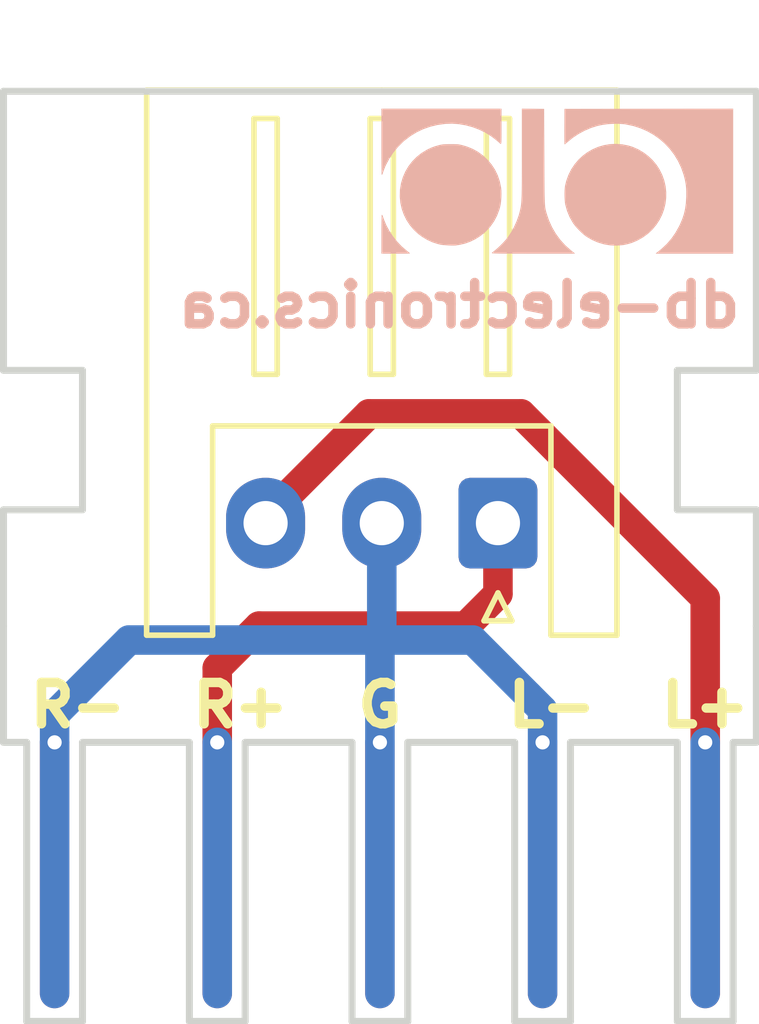
<source format=kicad_pcb>
(kicad_pcb (version 20171130) (host pcbnew 5.0.1)

  (general
    (thickness 1.6)
    (drawings 40)
    (tracks 37)
    (zones 0)
    (modules 2)
    (nets 4)
  )

  (page A4)
  (title_block
    (title "Phoenix Connector Audio Adapter")
    (date 2018-03-30)
    (rev 0.1)
    (company "db Electronics")
    (comment 1 "Licensed Under The CERN OHL v.1.2")
    (comment 2 https://github.com/db-electronics/phoenix-audio-adapter-kicad)
  )

  (layers
    (0 F.Cu signal)
    (31 B.Cu signal)
    (32 B.Adhes user)
    (33 F.Adhes user)
    (34 B.Paste user)
    (35 F.Paste user)
    (36 B.SilkS user)
    (37 F.SilkS user)
    (38 B.Mask user)
    (39 F.Mask user)
    (40 Dwgs.User user)
    (41 Cmts.User user)
    (42 Eco1.User user)
    (43 Eco2.User user)
    (44 Edge.Cuts user)
    (45 Margin user)
    (46 B.CrtYd user)
    (47 F.CrtYd user)
    (48 B.Fab user)
    (49 F.Fab user)
  )

  (setup
    (last_trace_width 0.635)
    (trace_clearance 0.1778)
    (zone_clearance 0.508)
    (zone_45_only no)
    (trace_min 0.1778)
    (segment_width 0.2)
    (edge_width 0.15)
    (via_size 0.6096)
    (via_drill 0.3048)
    (via_min_size 0.6096)
    (via_min_drill 0.3048)
    (uvia_size 0.3)
    (uvia_drill 0.1)
    (uvias_allowed no)
    (uvia_min_size 0)
    (uvia_min_drill 0)
    (pcb_text_width 0.3)
    (pcb_text_size 1.5 1.5)
    (mod_edge_width 0.15)
    (mod_text_size 1 1)
    (mod_text_width 0.15)
    (pad_size 1.524 1.524)
    (pad_drill 0.762)
    (pad_to_mask_clearance 0.2)
    (solder_mask_min_width 0.25)
    (aux_axis_origin 0 0)
    (grid_origin 139.7 114.3)
    (visible_elements FFFFFF7F)
    (pcbplotparams
      (layerselection 0x010f0_80000001)
      (usegerberextensions true)
      (usegerberattributes false)
      (usegerberadvancedattributes false)
      (creategerberjobfile false)
      (excludeedgelayer true)
      (linewidth 0.100000)
      (plotframeref false)
      (viasonmask false)
      (mode 1)
      (useauxorigin true)
      (hpglpennumber 1)
      (hpglpenspeed 20)
      (hpglpendiameter 15.000000)
      (psnegative false)
      (psa4output false)
      (plotreference true)
      (plotvalue true)
      (plotinvisibletext false)
      (padsonsilk false)
      (subtractmaskfromsilk false)
      (outputformat 1)
      (mirror false)
      (drillshape 0)
      (scaleselection 1)
      (outputdirectory "gerbers/0.1/"))
  )

  (net 0 "")
  (net 1 GND)
  (net 2 /LEFT)
  (net 3 /RIGHT)

  (net_class Default "This is the default net class."
    (clearance 0.1778)
    (trace_width 0.635)
    (via_dia 0.6096)
    (via_drill 0.3048)
    (uvia_dia 0.3)
    (uvia_drill 0.1)
    (add_net /LEFT)
    (add_net /RIGHT)
    (add_net GND)
  )

  (module db-artwork:db-logo_7.5mm (layer B.Cu) (tedit 0) (tstamp 5C84B56A)
    (at 143.5 109.246 180)
    (fp_text reference G*** (at 0 0 180) (layer B.SilkS) hide
      (effects (font (size 1.524 1.524) (thickness 0.3)) (justify mirror))
    )
    (fp_text value LOGO (at 0.75 0 180) (layer B.SilkS) hide
      (effects (font (size 1.524 1.524) (thickness 0.3)) (justify mirror))
    )
    (fp_poly (pts (xy 3.762644 0.861017) (xy 3.76259 0.75242) (xy 3.762432 0.648923) (xy 3.762179 0.551799)
      (xy 3.76184 0.46232) (xy 3.761421 0.38176) (xy 3.760933 0.311391) (xy 3.760382 0.252488)
      (xy 3.759777 0.206321) (xy 3.759127 0.174166) (xy 3.75844 0.157294) (xy 3.758069 0.154983)
      (xy 3.751478 0.161684) (xy 3.74971 0.165746) (xy 3.729331 0.223164) (xy 3.712993 0.267768)
      (xy 3.699328 0.303094) (xy 3.686967 0.332677) (xy 3.674541 0.360051) (xy 3.674284 0.360597)
      (xy 3.600053 0.499959) (xy 3.513126 0.630689) (xy 3.415096 0.750687) (xy 3.307559 0.857854)
      (xy 3.27617 0.8851) (xy 3.14623 0.984204) (xy 3.010591 1.067462) (xy 2.868441 1.135205)
      (xy 2.718971 1.187765) (xy 2.561371 1.225474) (xy 2.394833 1.248665) (xy 2.388262 1.24927)
      (xy 2.245841 1.253965) (xy 2.099867 1.243272) (xy 1.952947 1.21788) (xy 1.80769 1.178481)
      (xy 1.666705 1.125765) (xy 1.5326 1.060423) (xy 1.423418 0.993749) (xy 1.384032 0.966022)
      (xy 1.341373 0.93422) (xy 1.299335 0.901413) (xy 1.26181 0.870674) (xy 1.232692 0.845076)
      (xy 1.222644 0.835311) (xy 1.214471 0.826791) (xy 1.207703 0.820488) (xy 1.202207 0.817753)
      (xy 1.197852 0.819936) (xy 1.194506 0.828389) (xy 1.192035 0.844463) (xy 1.190308 0.869508)
      (xy 1.189193 0.904874) (xy 1.188557 0.951915) (xy 1.188268 1.011979) (xy 1.188195 1.086417)
      (xy 1.188203 1.176582) (xy 1.188204 1.187149) (xy 1.188204 1.567051) (xy 3.762644 1.567051)
      (xy 3.762644 0.861017)) (layer B.SilkS) (width 0.01))
    (fp_poly (pts (xy 2.33831 0.804099) (xy 2.385779 0.803057) (xy 2.423564 0.800999) (xy 2.455428 0.797611)
      (xy 2.485139 0.792582) (xy 2.516461 0.785597) (xy 2.52278 0.784054) (xy 2.606119 0.761042)
      (xy 2.680428 0.734613) (xy 2.753896 0.701673) (xy 2.791455 0.682542) (xy 2.90587 0.612843)
      (xy 3.009759 0.530206) (xy 3.102247 0.435955) (xy 3.182458 0.331417) (xy 3.249516 0.217916)
      (xy 3.302545 0.096777) (xy 3.340668 -0.030675) (xy 3.363011 -0.163115) (xy 3.365099 -0.185118)
      (xy 3.368258 -0.320962) (xy 3.355016 -0.454169) (xy 3.326002 -0.583426) (xy 3.281845 -0.70742)
      (xy 3.223172 -0.824839) (xy 3.150614 -0.934368) (xy 3.064798 -1.034696) (xy 2.966353 -1.124508)
      (xy 2.887925 -1.181978) (xy 2.779906 -1.246609) (xy 2.670798 -1.2966) (xy 2.555594 -1.33408)
      (xy 2.496949 -1.34819) (xy 2.466507 -1.353062) (xy 2.424391 -1.357498) (xy 2.374767 -1.3613)
      (xy 2.321796 -1.364271) (xy 2.269642 -1.366212) (xy 2.222469 -1.366927) (xy 2.184439 -1.366217)
      (xy 2.161153 -1.364143) (xy 2.141777 -1.36095) (xy 2.111964 -1.356122) (xy 2.079356 -1.350894)
      (xy 1.970166 -1.325786) (xy 1.859608 -1.285879) (xy 1.751068 -1.232923) (xy 1.647934 -1.168669)
      (xy 1.553592 -1.09487) (xy 1.514948 -1.059051) (xy 1.423124 -0.957671) (xy 1.345994 -0.847684)
      (xy 1.283241 -0.728526) (xy 1.234549 -0.599636) (xy 1.21385 -0.52522) (xy 1.2036 -0.471039)
      (xy 1.19591 -0.405212) (xy 1.191017 -0.33316) (xy 1.189164 -0.260301) (xy 1.190588 -0.192053)
      (xy 1.195531 -0.133836) (xy 1.196277 -0.128432) (xy 1.22421 0.007295) (xy 1.267609 0.135709)
      (xy 1.326232 0.256317) (xy 1.39984 0.36863) (xy 1.488194 0.472158) (xy 1.491585 0.475651)
      (xy 1.590058 0.566497) (xy 1.694215 0.642198) (xy 1.806183 0.703977) (xy 1.928086 0.753058)
      (xy 2.021437 0.780767) (xy 2.05554 0.789271) (xy 2.084829 0.795478) (xy 2.113116 0.799743)
      (xy 2.144211 0.802416) (xy 2.181926 0.80385) (xy 2.230072 0.804398) (xy 2.27739 0.804436)
      (xy 2.33831 0.804099)) (layer B.SilkS) (width 0.01))
    (fp_poly (pts (xy -1.147395 0.803944) (xy -1.020205 0.782443) (xy -0.897654 0.746492) (xy -0.780832 0.696782)
      (xy -0.670831 0.634005) (xy -0.56874 0.558852) (xy -0.475652 0.472016) (xy -0.392656 0.374189)
      (xy -0.320845 0.266062) (xy -0.261308 0.148327) (xy -0.215136 0.021676) (xy -0.188455 -0.086102)
      (xy -0.182362 -0.13053) (xy -0.178566 -0.187235) (xy -0.177015 -0.251434) (xy -0.177657 -0.318343)
      (xy -0.180439 -0.38318) (xy -0.185309 -0.441163) (xy -0.192214 -0.487508) (xy -0.192898 -0.49078)
      (xy -0.230777 -0.62666) (xy -0.284347 -0.756275) (xy -0.352935 -0.878037) (xy -0.36443 -0.895457)
      (xy -0.399661 -0.942287) (xy -0.445164 -0.994664) (xy -0.496947 -1.048609) (xy -0.551017 -1.100139)
      (xy -0.603383 -1.145274) (xy -0.649266 -1.179508) (xy -0.766511 -1.247912) (xy -0.890454 -1.301484)
      (xy -1.019236 -1.339805) (xy -1.150999 -1.362455) (xy -1.283886 -1.369016) (xy -1.416038 -1.359067)
      (xy -1.433593 -1.356457) (xy -1.527842 -1.337717) (xy -1.616207 -1.311364) (xy -1.705811 -1.27512)
      (xy -1.743559 -1.257361) (xy -1.861062 -1.191109) (xy -1.966944 -1.113195) (xy -2.06088 -1.024901)
      (xy -2.142546 -0.92751) (xy -2.211615 -0.822307) (xy -2.267763 -0.710574) (xy -2.310665 -0.593594)
      (xy -2.339995 -0.472652) (xy -2.355429 -0.34903) (xy -2.356642 -0.224011) (xy -2.343307 -0.098879)
      (xy -2.315102 0.025082) (xy -2.271699 0.14659) (xy -2.212774 0.264362) (xy -2.15259 0.357322)
      (xy -2.071526 0.456049) (xy -1.977971 0.545643) (xy -1.874347 0.624438) (xy -1.763075 0.690769)
      (xy -1.646575 0.74297) (xy -1.545889 0.774822) (xy -1.411328 0.800825) (xy -1.278133 0.810302)
      (xy -1.147395 0.803944)) (layer B.SilkS) (width 0.01))
    (fp_poly (pts (xy 3.757476 -0.723184) (xy 3.75868 -0.747021) (xy 3.759771 -0.784754) (xy 3.760725 -0.83472)
      (xy 3.761516 -0.895257) (xy 3.762116 -0.964701) (xy 3.762501 -1.041391) (xy 3.762644 -1.123665)
      (xy 3.762644 -1.54122) (xy 3.461288 -1.54122) (xy 3.391189 -1.54114) (xy 3.326865 -1.540912)
      (xy 3.270265 -1.540556) (xy 3.223337 -1.54009) (xy 3.188029 -1.539532) (xy 3.166291 -1.538903)
      (xy 3.159932 -1.538308) (xy 3.166291 -1.532168) (xy 3.183456 -1.517898) (xy 3.208563 -1.497837)
      (xy 3.229703 -1.481314) (xy 3.334247 -1.391147) (xy 3.432199 -1.288664) (xy 3.521537 -1.176688)
      (xy 3.600238 -1.058041) (xy 3.666277 -0.935547) (xy 3.717631 -0.812028) (xy 3.725048 -0.790243)
      (xy 3.736507 -0.757352) (xy 3.746667 -0.731724) (xy 3.754013 -0.717018) (xy 3.756187 -0.714904)
      (xy 3.757476 -0.723184)) (layer B.SilkS) (width 0.01))
    (fp_poly (pts (xy 0.740475 0.616678) (xy 0.7405 0.459865) (xy 0.740597 0.319208) (xy 0.740797 0.193639)
      (xy 0.741131 0.082094) (xy 0.74163 -0.016493) (xy 0.742326 -0.103187) (xy 0.74325 -0.179054)
      (xy 0.744434 -0.245159) (xy 0.745909 -0.302569) (xy 0.747705 -0.352348) (xy 0.749855 -0.395562)
      (xy 0.75239 -0.433277) (xy 0.75534 -0.466558) (xy 0.758738 -0.496471) (xy 0.762615 -0.524081)
      (xy 0.767001 -0.550454) (xy 0.771929 -0.576655) (xy 0.776162 -0.597626) (xy 0.808071 -0.720723)
      (xy 0.852772 -0.846031) (xy 0.908262 -0.969321) (xy 0.972537 -1.086363) (xy 1.043594 -1.192926)
      (xy 1.080616 -1.240442) (xy 1.116159 -1.281047) (xy 1.160259 -1.327628) (xy 1.208455 -1.375771)
      (xy 1.256285 -1.421063) (xy 1.29929 -1.459091) (xy 1.313051 -1.47041) (xy 1.341611 -1.4934)
      (xy 1.366071 -1.513323) (xy 1.382514 -1.52698) (xy 1.38593 -1.529937) (xy 1.385551 -1.53179)
      (xy 1.379458 -1.533437) (xy 1.366783 -1.53489) (xy 1.346657 -1.53616) (xy 1.318214 -1.537257)
      (xy 1.280584 -1.538193) (xy 1.232901 -1.53898) (xy 1.174296 -1.539627) (xy 1.103902 -1.540147)
      (xy 1.020851 -1.54055) (xy 0.924275 -1.540847) (xy 0.813306 -1.541051) (xy 0.687076 -1.54117)
      (xy 0.544718 -1.541218) (xy 0.505252 -1.54122) (xy -0.388034 -1.54122) (xy -0.30236 -1.472307)
      (xy -0.182755 -1.365154) (xy -0.075264 -1.246242) (xy 0.019268 -1.11683) (xy 0.099995 -0.978182)
      (xy 0.166073 -0.831558) (xy 0.206973 -0.712218) (xy 0.214978 -0.685563) (xy 0.222158 -0.661645)
      (xy 0.228563 -0.639433) (xy 0.23424 -0.6179) (xy 0.239239 -0.596016) (xy 0.243608 -0.572753)
      (xy 0.247397 -0.547081) (xy 0.250655 -0.517972) (xy 0.25343 -0.484396) (xy 0.255772 -0.445326)
      (xy 0.257728 -0.399731) (xy 0.259349 -0.346584) (xy 0.260682 -0.284854) (xy 0.261777 -0.213514)
      (xy 0.262683 -0.131535) (xy 0.263449 -0.037887) (xy 0.264123 0.068458) (xy 0.264754 0.18853)
      (xy 0.265392 0.323356) (xy 0.266084 0.473967) (xy 0.266384 0.538136) (xy 0.271221 1.562746)
      (xy 0.740475 1.567328) (xy 0.740475 0.616678)) (layer B.SilkS) (width 0.01))
    (fp_poly (pts (xy -1.986796 1.564919) (xy -0.176508 1.562746) (xy -0.174265 1.186051) (xy -0.173907 1.107381)
      (xy -0.173788 1.03428) (xy -0.173895 0.968491) (xy -0.174215 0.911756) (xy -0.174736 0.865819)
      (xy -0.175445 0.832421) (xy -0.176328 0.813307) (xy -0.177028 0.809356) (xy -0.185216 0.814732)
      (xy -0.203022 0.829151) (xy -0.227343 0.85005) (xy -0.24158 0.862669) (xy -0.352584 0.951996)
      (xy -0.475603 1.032899) (xy -0.606747 1.103299) (xy -0.742125 1.161115) (xy -0.877849 1.204268)
      (xy -0.882823 1.205555) (xy -0.990833 1.228202) (xy -1.10705 1.243532) (xy -1.226221 1.251272)
      (xy -1.343089 1.251153) (xy -1.452401 1.242903) (xy -1.493864 1.237099) (xy -1.65457 1.202771)
      (xy -1.808228 1.15337) (xy -1.954018 1.089643) (xy -2.091116 1.012333) (xy -2.218701 0.922187)
      (xy -2.335951 0.81995) (xy -2.442044 0.706368) (xy -2.536157 0.582185) (xy -2.61747 0.448147)
      (xy -2.685159 0.305) (xy -2.738403 0.153489) (xy -2.754695 0.093804) (xy -2.772386 0.01705)
      (xy -2.784965 -0.054519) (xy -2.792918 -0.125906) (xy -2.796734 -0.202111) (xy -2.796902 -0.288136)
      (xy -2.795977 -0.329263) (xy -2.788278 -0.45976) (xy -2.772206 -0.579069) (xy -2.746659 -0.691611)
      (xy -2.710534 -0.801809) (xy -2.662729 -0.914085) (xy -2.637043 -0.9666) (xy -2.560425 -1.102283)
      (xy -2.473934 -1.22547) (xy -2.375576 -1.338595) (xy -2.263359 -1.444092) (xy -2.210097 -1.487916)
      (xy -2.142804 -1.54122) (xy -3.797084 -1.54122) (xy -3.797084 1.567091) (xy -1.986796 1.564919)) (layer B.SilkS) (width 0.01))
  )

  (module Connector_JST:JST_XH_S03B-XH-A_1x03_P2.50mm_Horizontal (layer F.Cu) (tedit 5C84B628) (tstamp 5C850D3D)
    (at 142.24 116.586 180)
    (descr "JST XH series connector, S03B-XH-A (http://www.jst-mfg.com/product/pdf/eng/eXH.pdf), generated with kicad-footprint-generator")
    (tags "connector JST XH top entry")
    (path /5ABE576C)
    (fp_text reference CON101 (at 2.5 -3.5 180) (layer F.SilkS) hide
      (effects (font (size 1 1) (thickness 0.15)))
    )
    (fp_text value JST-XH (at 2.5 10.4 180) (layer F.Fab)
      (effects (font (size 1 1) (thickness 0.15)))
    )
    (fp_line (start -2.95 -2.8) (end -2.95 9.7) (layer F.CrtYd) (width 0.05))
    (fp_line (start -2.95 9.7) (end 7.95 9.7) (layer F.CrtYd) (width 0.05))
    (fp_line (start 7.95 9.7) (end 7.95 -2.8) (layer F.CrtYd) (width 0.05))
    (fp_line (start 7.95 -2.8) (end -2.95 -2.8) (layer F.CrtYd) (width 0.05))
    (fp_line (start 2.5 9.31) (end -2.56 9.31) (layer F.SilkS) (width 0.12))
    (fp_line (start -2.56 9.31) (end -2.56 -2.41) (layer F.SilkS) (width 0.12))
    (fp_line (start -2.56 -2.41) (end -1.14 -2.41) (layer F.SilkS) (width 0.12))
    (fp_line (start -1.14 -2.41) (end -1.14 2.09) (layer F.SilkS) (width 0.12))
    (fp_line (start -1.14 2.09) (end 2.5 2.09) (layer F.SilkS) (width 0.12))
    (fp_line (start 2.5 9.31) (end 7.56 9.31) (layer F.SilkS) (width 0.12))
    (fp_line (start 7.56 9.31) (end 7.56 -2.41) (layer F.SilkS) (width 0.12))
    (fp_line (start 7.56 -2.41) (end 6.14 -2.41) (layer F.SilkS) (width 0.12))
    (fp_line (start 6.14 -2.41) (end 6.14 2.09) (layer F.SilkS) (width 0.12))
    (fp_line (start 6.14 2.09) (end 2.5 2.09) (layer F.SilkS) (width 0.12))
    (fp_line (start 2.5 9.2) (end -2.45 9.2) (layer F.Fab) (width 0.1))
    (fp_line (start -2.45 9.2) (end -2.45 -2.3) (layer F.Fab) (width 0.1))
    (fp_line (start -2.45 -2.3) (end -1.25 -2.3) (layer F.Fab) (width 0.1))
    (fp_line (start -1.25 -2.3) (end -1.25 2.2) (layer F.Fab) (width 0.1))
    (fp_line (start -1.25 2.2) (end 2.5 2.2) (layer F.Fab) (width 0.1))
    (fp_line (start 2.5 9.2) (end 7.45 9.2) (layer F.Fab) (width 0.1))
    (fp_line (start 7.45 9.2) (end 7.45 -2.3) (layer F.Fab) (width 0.1))
    (fp_line (start 7.45 -2.3) (end 6.25 -2.3) (layer F.Fab) (width 0.1))
    (fp_line (start 6.25 -2.3) (end 6.25 2.2) (layer F.Fab) (width 0.1))
    (fp_line (start 6.25 2.2) (end 2.5 2.2) (layer F.Fab) (width 0.1))
    (fp_line (start -0.25 3.2) (end -0.25 8.7) (layer F.SilkS) (width 0.12))
    (fp_line (start -0.25 8.7) (end 0.25 8.7) (layer F.SilkS) (width 0.12))
    (fp_line (start 0.25 8.7) (end 0.25 3.2) (layer F.SilkS) (width 0.12))
    (fp_line (start 0.25 3.2) (end -0.25 3.2) (layer F.SilkS) (width 0.12))
    (fp_line (start 2.25 3.2) (end 2.25 8.7) (layer F.SilkS) (width 0.12))
    (fp_line (start 2.25 8.7) (end 2.75 8.7) (layer F.SilkS) (width 0.12))
    (fp_line (start 2.75 8.7) (end 2.75 3.2) (layer F.SilkS) (width 0.12))
    (fp_line (start 2.75 3.2) (end 2.25 3.2) (layer F.SilkS) (width 0.12))
    (fp_line (start 4.75 3.2) (end 4.75 8.7) (layer F.SilkS) (width 0.12))
    (fp_line (start 4.75 8.7) (end 5.25 8.7) (layer F.SilkS) (width 0.12))
    (fp_line (start 5.25 8.7) (end 5.25 3.2) (layer F.SilkS) (width 0.12))
    (fp_line (start 5.25 3.2) (end 4.75 3.2) (layer F.SilkS) (width 0.12))
    (fp_line (start 0 -1.5) (end -0.3 -2.1) (layer F.SilkS) (width 0.12))
    (fp_line (start -0.3 -2.1) (end 0.3 -2.1) (layer F.SilkS) (width 0.12))
    (fp_line (start 0.3 -2.1) (end 0 -1.5) (layer F.SilkS) (width 0.12))
    (fp_line (start -0.625 2.2) (end 0 1.2) (layer F.Fab) (width 0.1))
    (fp_line (start 0 1.2) (end 0.625 2.2) (layer F.Fab) (width 0.1))
    (fp_text user %R (at 2.5 3.45 180) (layer F.Fab)
      (effects (font (size 1 1) (thickness 0.15)))
    )
    (pad 1 thru_hole roundrect (at 0 0 180) (size 1.7 1.95) (drill 0.95) (layers *.Cu *.Mask) (roundrect_rratio 0.147059)
      (net 3 /RIGHT))
    (pad 2 thru_hole oval (at 2.5 0 180) (size 1.7 1.95) (drill 0.95) (layers *.Cu *.Mask)
      (net 1 GND))
    (pad 3 thru_hole oval (at 5 0 180) (size 1.7 1.95) (drill 0.95) (layers *.Cu *.Mask)
      (net 2 /LEFT))
    (model ${KISYS3DMOD}/Connector_JST.3dshapes/JST_XH_S03B-XH-A_1x03_P2.50mm_Horizontal.wrl
      (at (xyz 0 0 0))
      (scale (xyz 1 1 1))
      (rotate (xyz 0 0 0))
    )
  )

  (gr_text db-electronics.ca (at 141.4 111.9) (layer B.SilkS) (tstamp 5ABE627E)
    (effects (font (size 0.889 0.889) (thickness 0.2032)) (justify mirror))
  )
  (gr_text L+ (at 146.7 120.5) (layer F.SilkS) (tstamp 5ABE5D7B)
    (effects (font (size 0.889 0.889) (thickness 0.2032)))
  )
  (gr_text L- (at 143.4 120.5) (layer F.SilkS) (tstamp 5ABE5D6D)
    (effects (font (size 0.889 0.889) (thickness 0.2032)))
  )
  (gr_text G (at 139.7 120.5) (layer F.SilkS) (tstamp 5ABE5D60)
    (effects (font (size 0.889 0.889) (thickness 0.2032)))
  )
  (gr_text R+ (at 136.7 120.5) (layer F.SilkS) (tstamp 5ABE5D50)
    (effects (font (size 0.889 0.889) (thickness 0.2032)))
  )
  (gr_text R- (at 133.2 120.5) (layer F.SilkS)
    (effects (font (size 0.889 0.889) (thickness 0.2032)))
  )
  (gr_line (start 147.3 121.3) (end 147.8 121.3) (layer Edge.Cuts) (width 0.15))
  (gr_line (start 143.8 121.3) (end 146.1 121.3) (layer Edge.Cuts) (width 0.15))
  (gr_line (start 140.3 121.3) (end 142.6 121.3) (layer Edge.Cuts) (width 0.15))
  (gr_line (start 136.8 121.3) (end 139.1 121.3) (layer Edge.Cuts) (width 0.15))
  (gr_line (start 133.3 121.3) (end 135.6 121.3) (layer Edge.Cuts) (width 0.15))
  (gr_line (start 131.6 121.3) (end 132.1 121.3) (layer Edge.Cuts) (width 0.15))
  (gr_line (start 142.6 127.3) (end 143.8 127.3) (layer Edge.Cuts) (width 0.15) (tstamp 5ABE5C7D))
  (gr_line (start 143.8 127.3) (end 143.8 121.3) (layer Edge.Cuts) (width 0.15) (tstamp 5ABE5C7C))
  (gr_line (start 147.3 127.3) (end 147.3 121.3) (layer Edge.Cuts) (width 0.15) (tstamp 5ABE5C7B))
  (gr_line (start 146.1 121.3) (end 146.1 127.3) (layer Edge.Cuts) (width 0.15) (tstamp 5ABE5C7A))
  (gr_line (start 146.1 127.3) (end 147.3 127.3) (layer Edge.Cuts) (width 0.15) (tstamp 5ABE5C79))
  (gr_line (start 142.6 121.3) (end 142.6 127.3) (layer Edge.Cuts) (width 0.15) (tstamp 5ABE5C78))
  (gr_line (start 133.3 127.3) (end 133.3 121.3) (layer Edge.Cuts) (width 0.15) (tstamp 5ABE5B1F))
  (gr_line (start 132.1 127.3) (end 133.3 127.3) (layer Edge.Cuts) (width 0.15) (tstamp 5ABE5B1E))
  (gr_line (start 132.1 121.3) (end 132.1 127.3) (layer Edge.Cuts) (width 0.15) (tstamp 5ABE5B1D))
  (gr_line (start 136.8 127.3) (end 136.8 121.3) (layer Edge.Cuts) (width 0.15) (tstamp 5ABE5B0C))
  (gr_line (start 135.6 127.3) (end 136.8 127.3) (layer Edge.Cuts) (width 0.15) (tstamp 5ABE5B0B))
  (gr_line (start 135.6 121.3) (end 135.6 127.3) (layer Edge.Cuts) (width 0.15) (tstamp 5ABE5B0A))
  (gr_line (start 140.3 127.3) (end 140.3 121.3) (layer Edge.Cuts) (width 0.15))
  (gr_line (start 139.1 127.3) (end 140.3 127.3) (layer Edge.Cuts) (width 0.15))
  (gr_line (start 139.1 121.3) (end 139.1 127.3) (layer Edge.Cuts) (width 0.15))
  (gr_line (start 147.8 118.8) (end 147.8 121.3) (layer Edge.Cuts) (width 0.15))
  (gr_line (start 147.8 116.3) (end 147.8 118.8) (layer Edge.Cuts) (width 0.15))
  (gr_line (start 146.1 116.3) (end 147.8 116.3) (layer Edge.Cuts) (width 0.15))
  (gr_line (start 146.1 113.3) (end 146.1 116.3) (layer Edge.Cuts) (width 0.15))
  (gr_line (start 147.8 113.3) (end 146.1 113.3) (layer Edge.Cuts) (width 0.15))
  (gr_line (start 147.8 107.3) (end 147.8 113.3) (layer Edge.Cuts) (width 0.15))
  (gr_line (start 131.6 107.3) (end 147.8 107.3) (layer Edge.Cuts) (width 0.15))
  (gr_line (start 131.6 118.8) (end 131.6 121.3) (layer Edge.Cuts) (width 0.15))
  (gr_line (start 131.6 116.3) (end 131.6 118.8) (layer Edge.Cuts) (width 0.15))
  (gr_line (start 133.3 116.3) (end 131.6 116.3) (layer Edge.Cuts) (width 0.15))
  (gr_line (start 133.3 113.3) (end 133.3 116.3) (layer Edge.Cuts) (width 0.15))
  (gr_line (start 131.6 113.3) (end 133.3 113.3) (layer Edge.Cuts) (width 0.15))
  (gr_line (start 131.6 107.3) (end 131.6 113.3) (layer Edge.Cuts) (width 0.15))

  (segment (start 143.2 121.3) (end 143.2 126.7) (width 0.635) (layer F.Cu) (net 1))
  (segment (start 143.2 121.3) (end 143.2 126.7) (width 0.635) (layer B.Cu) (net 1))
  (segment (start 143.2 120.6) (end 143.2 121.3) (width 0.635) (layer B.Cu) (net 1))
  (via (at 143.2 121.3) (size 0.6096) (drill 0.3048) (layers F.Cu B.Cu) (net 1))
  (segment (start 139.7 121.3) (end 139.7 126.7) (width 0.635) (layer F.Cu) (net 1))
  (segment (start 139.7 121.3) (end 139.7 126.7) (width 0.635) (layer B.Cu) (net 1))
  (segment (start 139.7 120.3) (end 139.7 121.3) (width 0.635) (layer B.Cu) (net 1))
  (via (at 139.7 121.3) (size 0.6096) (drill 0.3048) (layers F.Cu B.Cu) (net 1))
  (segment (start 132.7 121.3) (end 132.7 126.7) (width 0.635) (layer F.Cu) (net 1))
  (segment (start 132.7 121.3) (end 132.7 126.7) (width 0.635) (layer B.Cu) (net 1))
  (segment (start 132.7 120.7) (end 132.7 121.3) (width 0.635) (layer B.Cu) (net 1))
  (via (at 132.7 121.3) (size 0.6096) (drill 0.3048) (layers F.Cu B.Cu) (net 1))
  (segment (start 142.9 120.3) (end 141.7 119.1) (width 0.635) (layer B.Cu) (net 1))
  (segment (start 141.7 119.1) (end 139.7 119.1) (width 0.635) (layer B.Cu) (net 1))
  (segment (start 139.7 119.1) (end 139.7 120.3) (width 0.635) (layer B.Cu) (net 1))
  (segment (start 133.1 120.3) (end 134.3 119.1) (width 0.635) (layer B.Cu) (net 1))
  (segment (start 134.3 119.1) (end 139.7 119.1) (width 0.635) (layer B.Cu) (net 1))
  (segment (start 133.1 120.3) (end 132.7 120.7) (width 0.635) (layer B.Cu) (net 1))
  (segment (start 142.9 120.3) (end 143.2 120.6) (width 0.635) (layer B.Cu) (net 1))
  (segment (start 139.74 119.06) (end 139.74 116.586) (width 0.635) (layer B.Cu) (net 1))
  (segment (start 139.7 119.1) (end 139.74 119.06) (width 0.635) (layer B.Cu) (net 1))
  (segment (start 146.7 121.3) (end 146.7 126.7) (width 0.635) (layer B.Cu) (net 2))
  (segment (start 146.7 126.7) (end 146.7 121.3) (width 0.635) (layer F.Cu) (net 2))
  (via (at 146.7 121.3) (size 0.6096) (drill 0.3048) (layers F.Cu B.Cu) (net 2))
  (segment (start 137.24 116.461) (end 137.24 116.586) (width 0.635) (layer F.Cu) (net 2))
  (segment (start 142.7365 114.2365) (end 139.4645 114.2365) (width 0.635) (layer F.Cu) (net 2))
  (segment (start 146.7 118.2) (end 142.7365 114.2365) (width 0.635) (layer F.Cu) (net 2))
  (segment (start 139.4645 114.2365) (end 137.24 116.461) (width 0.635) (layer F.Cu) (net 2))
  (segment (start 146.7 121.3) (end 146.7 118.2) (width 0.635) (layer F.Cu) (net 2))
  (segment (start 136.2 121.3) (end 136.2 126.7) (width 0.635) (layer B.Cu) (net 3))
  (segment (start 136.2 121.3) (end 136.2 126.7) (width 0.635) (layer F.Cu) (net 3))
  (segment (start 136.2 119.7) (end 136.2 121.3) (width 0.635) (layer F.Cu) (net 3))
  (via (at 136.2 121.3) (size 0.6096) (drill 0.3048) (layers F.Cu B.Cu) (net 3))
  (segment (start 137.1 118.8) (end 136.2 119.7) (width 0.635) (layer F.Cu) (net 3))
  (segment (start 137.1 118.8) (end 141.55 118.8) (width 0.635) (layer F.Cu) (net 3))
  (segment (start 142.24 118.11) (end 142.24 116.586) (width 0.635) (layer F.Cu) (net 3))
  (segment (start 141.55 118.8) (end 142.24 118.11) (width 0.635) (layer F.Cu) (net 3))

  (zone (net 0) (net_name "") (layer F.Mask) (tstamp 0) (hatch edge 0.508)
    (connect_pads (clearance 0.508))
    (min_thickness 0.254)
    (fill yes (arc_segments 16) (thermal_gap 0.508) (thermal_bridge_width 0.508))
    (polygon
      (pts
        (xy 132.1 122.3) (xy 132.1 127.3) (xy 133.3 127.3) (xy 133.3 122.3)
      )
    )
    (filled_polygon
      (pts
        (xy 133.173 127.173) (xy 132.227 127.173) (xy 132.227 122.427) (xy 133.173 122.427)
      )
    )
  )
  (zone (net 0) (net_name "") (layer F.Mask) (tstamp 0) (hatch edge 0.508)
    (connect_pads (clearance 0.508))
    (min_thickness 0.254)
    (fill yes (arc_segments 16) (thermal_gap 0.508) (thermal_bridge_width 0.508))
    (polygon
      (pts
        (xy 135.6 122.3) (xy 135.6 127.3) (xy 136.8 127.3) (xy 136.8 122.3)
      )
    )
    (filled_polygon
      (pts
        (xy 136.673 127.173) (xy 135.727 127.173) (xy 135.727 122.427) (xy 136.673 122.427)
      )
    )
  )
  (zone (net 0) (net_name "") (layer F.Mask) (tstamp 0) (hatch edge 0.508)
    (connect_pads (clearance 0.508))
    (min_thickness 0.254)
    (fill yes (arc_segments 16) (thermal_gap 0.508) (thermal_bridge_width 0.508))
    (polygon
      (pts
        (xy 139.1 122.3) (xy 139.1 127.3) (xy 140.3 127.3) (xy 140.3 122.3)
      )
    )
    (filled_polygon
      (pts
        (xy 140.173 127.173) (xy 139.227 127.173) (xy 139.227 122.427) (xy 140.173 122.427)
      )
    )
  )
  (zone (net 0) (net_name "") (layer F.Mask) (tstamp 0) (hatch edge 0.508)
    (connect_pads (clearance 0.508))
    (min_thickness 0.254)
    (fill yes (arc_segments 16) (thermal_gap 0.508) (thermal_bridge_width 0.508))
    (polygon
      (pts
        (xy 142.6 122.3) (xy 142.6 127.3) (xy 143.8 127.3) (xy 143.8 122.3)
      )
    )
    (filled_polygon
      (pts
        (xy 143.673 127.173) (xy 142.727 127.173) (xy 142.727 122.427) (xy 143.673 122.427)
      )
    )
  )
  (zone (net 0) (net_name "") (layer F.Mask) (tstamp 0) (hatch edge 0.508)
    (connect_pads (clearance 0.508))
    (min_thickness 0.254)
    (fill yes (arc_segments 16) (thermal_gap 0.508) (thermal_bridge_width 0.508))
    (polygon
      (pts
        (xy 146.1 122.3) (xy 146.1 127.3) (xy 147.3 127.3) (xy 147.3 122.3)
      )
    )
    (filled_polygon
      (pts
        (xy 147.173 127.173) (xy 146.227 127.173) (xy 146.227 122.427) (xy 147.173 122.427)
      )
    )
  )
  (zone (net 0) (net_name "") (layer B.Mask) (tstamp 0) (hatch edge 0.508)
    (connect_pads (clearance 0.508))
    (min_thickness 0.254)
    (fill yes (arc_segments 16) (thermal_gap 0.508) (thermal_bridge_width 0.508))
    (polygon
      (pts
        (xy 132.1 122.3) (xy 132.1 127.3) (xy 133.3 127.3) (xy 133.3 122.3)
      )
    )
    (filled_polygon
      (pts
        (xy 133.173 127.173) (xy 132.227 127.173) (xy 132.227 122.427) (xy 133.173 122.427)
      )
    )
  )
  (zone (net 0) (net_name "") (layer B.Mask) (tstamp 0) (hatch edge 0.508)
    (connect_pads (clearance 0.508))
    (min_thickness 0.254)
    (fill yes (arc_segments 16) (thermal_gap 0.508) (thermal_bridge_width 0.508))
    (polygon
      (pts
        (xy 135.6 122.3) (xy 135.6 127.3) (xy 136.8 127.3) (xy 136.8 122.3)
      )
    )
    (filled_polygon
      (pts
        (xy 136.673 127.173) (xy 135.727 127.173) (xy 135.727 122.427) (xy 136.673 122.427)
      )
    )
  )
  (zone (net 0) (net_name "") (layer B.Mask) (tstamp 0) (hatch edge 0.508)
    (connect_pads (clearance 0.508))
    (min_thickness 0.254)
    (fill yes (arc_segments 16) (thermal_gap 0.508) (thermal_bridge_width 0.508))
    (polygon
      (pts
        (xy 139.1 122.3) (xy 139.1 127.3) (xy 140.3 127.3) (xy 140.3 122.3)
      )
    )
    (filled_polygon
      (pts
        (xy 140.173 127.173) (xy 139.227 127.173) (xy 139.227 122.427) (xy 140.173 122.427)
      )
    )
  )
  (zone (net 0) (net_name "") (layer B.Mask) (tstamp 0) (hatch edge 0.508)
    (connect_pads (clearance 0.508))
    (min_thickness 0.254)
    (fill yes (arc_segments 16) (thermal_gap 0.508) (thermal_bridge_width 0.508))
    (polygon
      (pts
        (xy 142.6 122.3) (xy 142.6 127.3) (xy 143.8 127.3) (xy 143.8 122.3)
      )
    )
    (filled_polygon
      (pts
        (xy 143.673 127.173) (xy 142.727 127.173) (xy 142.727 122.427) (xy 143.673 122.427)
      )
    )
  )
  (zone (net 0) (net_name "") (layer B.Mask) (tstamp 0) (hatch edge 0.508)
    (connect_pads (clearance 0.508))
    (min_thickness 0.254)
    (fill yes (arc_segments 16) (thermal_gap 0.508) (thermal_bridge_width 0.508))
    (polygon
      (pts
        (xy 146.1 122.3) (xy 146.1 127.3) (xy 147.3 127.3) (xy 147.3 122.3)
      )
    )
    (filled_polygon
      (pts
        (xy 147.173 127.173) (xy 146.227 127.173) (xy 146.227 122.427) (xy 147.173 122.427)
      )
    )
  )
)

</source>
